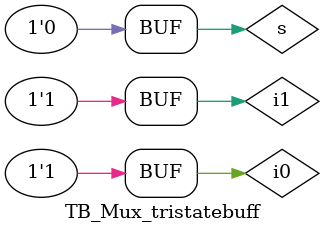
<source format=v>
`timescale 1ns / 1ps

module TB_Mux_tristatebuff();
reg i0,i1,s;
wire out;
Mux_tristate dut(i0,i1,s,out);
initial begin 
i0=0;i1=0;s=0;#10
i0=1;i1=0;s=0;#10
i0=1;i1=0;s=1;#10
i0=1;i1=1;s=0;#10
i0=1;i1=1;s=1;#10
i0=0;i1=1;s=0;#10
i0=1;i1=1;s=0;
end
endmodule

</source>
